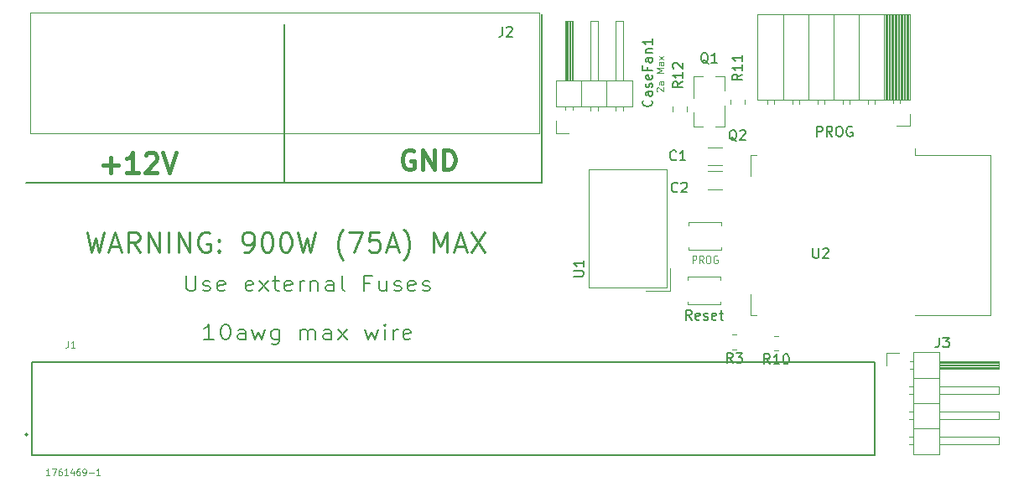
<source format=gto>
%TF.GenerationSoftware,KiCad,Pcbnew,(5.1.12)-1*%
%TF.CreationDate,2023-06-07T09:52:28-07:00*%
%TF.ProjectId,hp breakout remote relay,68702062-7265-4616-9b6f-75742072656d,rev?*%
%TF.SameCoordinates,Original*%
%TF.FileFunction,Legend,Top*%
%TF.FilePolarity,Positive*%
%FSLAX46Y46*%
G04 Gerber Fmt 4.6, Leading zero omitted, Abs format (unit mm)*
G04 Created by KiCad (PCBNEW (5.1.12)-1) date 2023-06-07 09:52:28*
%MOMM*%
%LPD*%
G01*
G04 APERTURE LIST*
%ADD10C,0.200000*%
%ADD11C,0.250000*%
%ADD12C,0.100000*%
%ADD13C,0.150000*%
%ADD14C,0.400000*%
%ADD15C,0.127000*%
%ADD16C,0.120000*%
%ADD17C,0.050000*%
G04 APERTURE END LIST*
D10*
X106108333Y-86428571D02*
X106108333Y-87642857D01*
X106191666Y-87785714D01*
X106275000Y-87857142D01*
X106441666Y-87928571D01*
X106775000Y-87928571D01*
X106941666Y-87857142D01*
X107025000Y-87785714D01*
X107108333Y-87642857D01*
X107108333Y-86428571D01*
X107858333Y-87857142D02*
X108025000Y-87928571D01*
X108358333Y-87928571D01*
X108525000Y-87857142D01*
X108608333Y-87714285D01*
X108608333Y-87642857D01*
X108525000Y-87500000D01*
X108358333Y-87428571D01*
X108108333Y-87428571D01*
X107941666Y-87357142D01*
X107858333Y-87214285D01*
X107858333Y-87142857D01*
X107941666Y-87000000D01*
X108108333Y-86928571D01*
X108358333Y-86928571D01*
X108525000Y-87000000D01*
X110025000Y-87857142D02*
X109858333Y-87928571D01*
X109525000Y-87928571D01*
X109358333Y-87857142D01*
X109275000Y-87714285D01*
X109275000Y-87142857D01*
X109358333Y-87000000D01*
X109525000Y-86928571D01*
X109858333Y-86928571D01*
X110025000Y-87000000D01*
X110108333Y-87142857D01*
X110108333Y-87285714D01*
X109275000Y-87428571D01*
X112858333Y-87857142D02*
X112691666Y-87928571D01*
X112358333Y-87928571D01*
X112191666Y-87857142D01*
X112108333Y-87714285D01*
X112108333Y-87142857D01*
X112191666Y-87000000D01*
X112358333Y-86928571D01*
X112691666Y-86928571D01*
X112858333Y-87000000D01*
X112941666Y-87142857D01*
X112941666Y-87285714D01*
X112108333Y-87428571D01*
X113525000Y-87928571D02*
X114441666Y-86928571D01*
X113525000Y-86928571D02*
X114441666Y-87928571D01*
X114858333Y-86928571D02*
X115525000Y-86928571D01*
X115108333Y-86428571D02*
X115108333Y-87714285D01*
X115191666Y-87857142D01*
X115358333Y-87928571D01*
X115525000Y-87928571D01*
X116775000Y-87857142D02*
X116608333Y-87928571D01*
X116275000Y-87928571D01*
X116108333Y-87857142D01*
X116025000Y-87714285D01*
X116025000Y-87142857D01*
X116108333Y-87000000D01*
X116275000Y-86928571D01*
X116608333Y-86928571D01*
X116775000Y-87000000D01*
X116858333Y-87142857D01*
X116858333Y-87285714D01*
X116025000Y-87428571D01*
X117608333Y-87928571D02*
X117608333Y-86928571D01*
X117608333Y-87214285D02*
X117691666Y-87071428D01*
X117775000Y-87000000D01*
X117941666Y-86928571D01*
X118108333Y-86928571D01*
X118691666Y-86928571D02*
X118691666Y-87928571D01*
X118691666Y-87071428D02*
X118775000Y-87000000D01*
X118941666Y-86928571D01*
X119191666Y-86928571D01*
X119358333Y-87000000D01*
X119441666Y-87142857D01*
X119441666Y-87928571D01*
X121025000Y-87928571D02*
X121025000Y-87142857D01*
X120941666Y-87000000D01*
X120775000Y-86928571D01*
X120441666Y-86928571D01*
X120275000Y-87000000D01*
X121025000Y-87857142D02*
X120858333Y-87928571D01*
X120441666Y-87928571D01*
X120275000Y-87857142D01*
X120191666Y-87714285D01*
X120191666Y-87571428D01*
X120275000Y-87428571D01*
X120441666Y-87357142D01*
X120858333Y-87357142D01*
X121025000Y-87285714D01*
X122108333Y-87928571D02*
X121941666Y-87857142D01*
X121858333Y-87714285D01*
X121858333Y-86428571D01*
X124691666Y-87142857D02*
X124108333Y-87142857D01*
X124108333Y-87928571D02*
X124108333Y-86428571D01*
X124941666Y-86428571D01*
X126358333Y-86928571D02*
X126358333Y-87928571D01*
X125608333Y-86928571D02*
X125608333Y-87714285D01*
X125691666Y-87857142D01*
X125858333Y-87928571D01*
X126108333Y-87928571D01*
X126275000Y-87857142D01*
X126358333Y-87785714D01*
X127108333Y-87857142D02*
X127275000Y-87928571D01*
X127608333Y-87928571D01*
X127775000Y-87857142D01*
X127858333Y-87714285D01*
X127858333Y-87642857D01*
X127775000Y-87500000D01*
X127608333Y-87428571D01*
X127358333Y-87428571D01*
X127191666Y-87357142D01*
X127108333Y-87214285D01*
X127108333Y-87142857D01*
X127191666Y-87000000D01*
X127358333Y-86928571D01*
X127608333Y-86928571D01*
X127775000Y-87000000D01*
X129275000Y-87857142D02*
X129108333Y-87928571D01*
X128775000Y-87928571D01*
X128608333Y-87857142D01*
X128525000Y-87714285D01*
X128525000Y-87142857D01*
X128608333Y-87000000D01*
X128775000Y-86928571D01*
X129108333Y-86928571D01*
X129275000Y-87000000D01*
X129358333Y-87142857D01*
X129358333Y-87285714D01*
X128525000Y-87428571D01*
X130025000Y-87857142D02*
X130191666Y-87928571D01*
X130525000Y-87928571D01*
X130691666Y-87857142D01*
X130775000Y-87714285D01*
X130775000Y-87642857D01*
X130691666Y-87500000D01*
X130525000Y-87428571D01*
X130275000Y-87428571D01*
X130108333Y-87357142D01*
X130025000Y-87214285D01*
X130025000Y-87142857D01*
X130108333Y-87000000D01*
X130275000Y-86928571D01*
X130525000Y-86928571D01*
X130691666Y-87000000D01*
X108941666Y-92828571D02*
X107941666Y-92828571D01*
X108441666Y-92828571D02*
X108441666Y-91328571D01*
X108275000Y-91542857D01*
X108108333Y-91685714D01*
X107941666Y-91757142D01*
X110025000Y-91328571D02*
X110191666Y-91328571D01*
X110358333Y-91400000D01*
X110441666Y-91471428D01*
X110525000Y-91614285D01*
X110608333Y-91900000D01*
X110608333Y-92257142D01*
X110525000Y-92542857D01*
X110441666Y-92685714D01*
X110358333Y-92757142D01*
X110191666Y-92828571D01*
X110025000Y-92828571D01*
X109858333Y-92757142D01*
X109775000Y-92685714D01*
X109691666Y-92542857D01*
X109608333Y-92257142D01*
X109608333Y-91900000D01*
X109691666Y-91614285D01*
X109775000Y-91471428D01*
X109858333Y-91400000D01*
X110025000Y-91328571D01*
X112108333Y-92828571D02*
X112108333Y-92042857D01*
X112025000Y-91900000D01*
X111858333Y-91828571D01*
X111525000Y-91828571D01*
X111358333Y-91900000D01*
X112108333Y-92757142D02*
X111941666Y-92828571D01*
X111525000Y-92828571D01*
X111358333Y-92757142D01*
X111275000Y-92614285D01*
X111275000Y-92471428D01*
X111358333Y-92328571D01*
X111525000Y-92257142D01*
X111941666Y-92257142D01*
X112108333Y-92185714D01*
X112775000Y-91828571D02*
X113108333Y-92828571D01*
X113441666Y-92114285D01*
X113775000Y-92828571D01*
X114108333Y-91828571D01*
X115525000Y-91828571D02*
X115525000Y-93042857D01*
X115441666Y-93185714D01*
X115358333Y-93257142D01*
X115191666Y-93328571D01*
X114941666Y-93328571D01*
X114775000Y-93257142D01*
X115525000Y-92757142D02*
X115358333Y-92828571D01*
X115025000Y-92828571D01*
X114858333Y-92757142D01*
X114775000Y-92685714D01*
X114691666Y-92542857D01*
X114691666Y-92114285D01*
X114775000Y-91971428D01*
X114858333Y-91900000D01*
X115025000Y-91828571D01*
X115358333Y-91828571D01*
X115525000Y-91900000D01*
X117691666Y-92828571D02*
X117691666Y-91828571D01*
X117691666Y-91971428D02*
X117775000Y-91900000D01*
X117941666Y-91828571D01*
X118191666Y-91828571D01*
X118358333Y-91900000D01*
X118441666Y-92042857D01*
X118441666Y-92828571D01*
X118441666Y-92042857D02*
X118525000Y-91900000D01*
X118691666Y-91828571D01*
X118941666Y-91828571D01*
X119108333Y-91900000D01*
X119191666Y-92042857D01*
X119191666Y-92828571D01*
X120775000Y-92828571D02*
X120775000Y-92042857D01*
X120691666Y-91900000D01*
X120525000Y-91828571D01*
X120191666Y-91828571D01*
X120025000Y-91900000D01*
X120775000Y-92757142D02*
X120608333Y-92828571D01*
X120191666Y-92828571D01*
X120025000Y-92757142D01*
X119941666Y-92614285D01*
X119941666Y-92471428D01*
X120025000Y-92328571D01*
X120191666Y-92257142D01*
X120608333Y-92257142D01*
X120775000Y-92185714D01*
X121441666Y-92828571D02*
X122358333Y-91828571D01*
X121441666Y-91828571D02*
X122358333Y-92828571D01*
X124191666Y-91828571D02*
X124525000Y-92828571D01*
X124858333Y-92114285D01*
X125191666Y-92828571D01*
X125525000Y-91828571D01*
X126191666Y-92828571D02*
X126191666Y-91828571D01*
X126191666Y-91328571D02*
X126108333Y-91400000D01*
X126191666Y-91471428D01*
X126275000Y-91400000D01*
X126191666Y-91328571D01*
X126191666Y-91471428D01*
X127025000Y-92828571D02*
X127025000Y-91828571D01*
X127025000Y-92114285D02*
X127108333Y-91971428D01*
X127191666Y-91900000D01*
X127358333Y-91828571D01*
X127525000Y-91828571D01*
X128775000Y-92757142D02*
X128608333Y-92828571D01*
X128275000Y-92828571D01*
X128108333Y-92757142D01*
X128025000Y-92614285D01*
X128025000Y-92042857D01*
X128108333Y-91900000D01*
X128275000Y-91828571D01*
X128608333Y-91828571D01*
X128775000Y-91900000D01*
X128858333Y-92042857D01*
X128858333Y-92185714D01*
X128025000Y-92328571D01*
D11*
X96104761Y-82004761D02*
X96580952Y-84004761D01*
X96961904Y-82576190D01*
X97342857Y-84004761D01*
X97819047Y-82004761D01*
X98485714Y-83433333D02*
X99438095Y-83433333D01*
X98295238Y-84004761D02*
X98961904Y-82004761D01*
X99628571Y-84004761D01*
X101438095Y-84004761D02*
X100771428Y-83052380D01*
X100295238Y-84004761D02*
X100295238Y-82004761D01*
X101057142Y-82004761D01*
X101247619Y-82100000D01*
X101342857Y-82195238D01*
X101438095Y-82385714D01*
X101438095Y-82671428D01*
X101342857Y-82861904D01*
X101247619Y-82957142D01*
X101057142Y-83052380D01*
X100295238Y-83052380D01*
X102295238Y-84004761D02*
X102295238Y-82004761D01*
X103438095Y-84004761D01*
X103438095Y-82004761D01*
X104390476Y-84004761D02*
X104390476Y-82004761D01*
X105342857Y-84004761D02*
X105342857Y-82004761D01*
X106485714Y-84004761D01*
X106485714Y-82004761D01*
X108485714Y-82100000D02*
X108295238Y-82004761D01*
X108009523Y-82004761D01*
X107723809Y-82100000D01*
X107533333Y-82290476D01*
X107438095Y-82480952D01*
X107342857Y-82861904D01*
X107342857Y-83147619D01*
X107438095Y-83528571D01*
X107533333Y-83719047D01*
X107723809Y-83909523D01*
X108009523Y-84004761D01*
X108200000Y-84004761D01*
X108485714Y-83909523D01*
X108580952Y-83814285D01*
X108580952Y-83147619D01*
X108200000Y-83147619D01*
X109438095Y-83814285D02*
X109533333Y-83909523D01*
X109438095Y-84004761D01*
X109342857Y-83909523D01*
X109438095Y-83814285D01*
X109438095Y-84004761D01*
X109438095Y-82766666D02*
X109533333Y-82861904D01*
X109438095Y-82957142D01*
X109342857Y-82861904D01*
X109438095Y-82766666D01*
X109438095Y-82957142D01*
X112009523Y-84004761D02*
X112390476Y-84004761D01*
X112580952Y-83909523D01*
X112676190Y-83814285D01*
X112866666Y-83528571D01*
X112961904Y-83147619D01*
X112961904Y-82385714D01*
X112866666Y-82195238D01*
X112771428Y-82100000D01*
X112580952Y-82004761D01*
X112199999Y-82004761D01*
X112009523Y-82100000D01*
X111914285Y-82195238D01*
X111819047Y-82385714D01*
X111819047Y-82861904D01*
X111914285Y-83052380D01*
X112009523Y-83147619D01*
X112199999Y-83242857D01*
X112580952Y-83242857D01*
X112771428Y-83147619D01*
X112866666Y-83052380D01*
X112961904Y-82861904D01*
X114200000Y-82004761D02*
X114390476Y-82004761D01*
X114580952Y-82100000D01*
X114676190Y-82195238D01*
X114771428Y-82385714D01*
X114866666Y-82766666D01*
X114866666Y-83242857D01*
X114771428Y-83623809D01*
X114676190Y-83814285D01*
X114580952Y-83909523D01*
X114390476Y-84004761D01*
X114200000Y-84004761D01*
X114009523Y-83909523D01*
X113914285Y-83814285D01*
X113819047Y-83623809D01*
X113723809Y-83242857D01*
X113723809Y-82766666D01*
X113819047Y-82385714D01*
X113914285Y-82195238D01*
X114009523Y-82100000D01*
X114200000Y-82004761D01*
X116104761Y-82004761D02*
X116295238Y-82004761D01*
X116485714Y-82100000D01*
X116580952Y-82195238D01*
X116676190Y-82385714D01*
X116771428Y-82766666D01*
X116771428Y-83242857D01*
X116676190Y-83623809D01*
X116580952Y-83814285D01*
X116485714Y-83909523D01*
X116295238Y-84004761D01*
X116104761Y-84004761D01*
X115914285Y-83909523D01*
X115819047Y-83814285D01*
X115723809Y-83623809D01*
X115628571Y-83242857D01*
X115628571Y-82766666D01*
X115723809Y-82385714D01*
X115819047Y-82195238D01*
X115914285Y-82100000D01*
X116104761Y-82004761D01*
X117438095Y-82004761D02*
X117914285Y-84004761D01*
X118295238Y-82576190D01*
X118676190Y-84004761D01*
X119152380Y-82004761D01*
X122009523Y-84766666D02*
X121914285Y-84671428D01*
X121723809Y-84385714D01*
X121628571Y-84195238D01*
X121533333Y-83909523D01*
X121438095Y-83433333D01*
X121438095Y-83052380D01*
X121533333Y-82576190D01*
X121628571Y-82290476D01*
X121723809Y-82100000D01*
X121914285Y-81814285D01*
X122009523Y-81719047D01*
X122580952Y-82004761D02*
X123914285Y-82004761D01*
X123057142Y-84004761D01*
X125628571Y-82004761D02*
X124676190Y-82004761D01*
X124580952Y-82957142D01*
X124676190Y-82861904D01*
X124866666Y-82766666D01*
X125342857Y-82766666D01*
X125533333Y-82861904D01*
X125628571Y-82957142D01*
X125723809Y-83147619D01*
X125723809Y-83623809D01*
X125628571Y-83814285D01*
X125533333Y-83909523D01*
X125342857Y-84004761D01*
X124866666Y-84004761D01*
X124676190Y-83909523D01*
X124580952Y-83814285D01*
X126485714Y-83433333D02*
X127438095Y-83433333D01*
X126295238Y-84004761D02*
X126961904Y-82004761D01*
X127628571Y-84004761D01*
X128104761Y-84766666D02*
X128199999Y-84671428D01*
X128390476Y-84385714D01*
X128485714Y-84195238D01*
X128580952Y-83909523D01*
X128676190Y-83433333D01*
X128676190Y-83052380D01*
X128580952Y-82576190D01*
X128485714Y-82290476D01*
X128390476Y-82100000D01*
X128199999Y-81814285D01*
X128104761Y-81719047D01*
X131152380Y-84004761D02*
X131152380Y-82004761D01*
X131819047Y-83433333D01*
X132485714Y-82004761D01*
X132485714Y-84004761D01*
X133342857Y-83433333D02*
X134295238Y-83433333D01*
X133152380Y-84004761D02*
X133819047Y-82004761D01*
X134485714Y-84004761D01*
X134961904Y-82004761D02*
X136295238Y-84004761D01*
X136295238Y-82004761D02*
X134961904Y-84004761D01*
D12*
X153683333Y-67783333D02*
X153650000Y-67750000D01*
X153616666Y-67683333D01*
X153616666Y-67516666D01*
X153650000Y-67450000D01*
X153683333Y-67416666D01*
X153750000Y-67383333D01*
X153816666Y-67383333D01*
X153916666Y-67416666D01*
X154316666Y-67816666D01*
X154316666Y-67383333D01*
X154316666Y-66783333D02*
X153950000Y-66783333D01*
X153883333Y-66816666D01*
X153850000Y-66883333D01*
X153850000Y-67016666D01*
X153883333Y-67083333D01*
X154283333Y-66783333D02*
X154316666Y-66850000D01*
X154316666Y-67016666D01*
X154283333Y-67083333D01*
X154216666Y-67116666D01*
X154150000Y-67116666D01*
X154083333Y-67083333D01*
X154050000Y-67016666D01*
X154050000Y-66850000D01*
X154016666Y-66783333D01*
X154316666Y-65916666D02*
X153616666Y-65916666D01*
X154116666Y-65683333D01*
X153616666Y-65450000D01*
X154316666Y-65450000D01*
X154316666Y-64816666D02*
X153950000Y-64816666D01*
X153883333Y-64850000D01*
X153850000Y-64916666D01*
X153850000Y-65050000D01*
X153883333Y-65116666D01*
X154283333Y-64816666D02*
X154316666Y-64883333D01*
X154316666Y-65050000D01*
X154283333Y-65116666D01*
X154216666Y-65150000D01*
X154150000Y-65150000D01*
X154083333Y-65116666D01*
X154050000Y-65050000D01*
X154050000Y-64883333D01*
X154016666Y-64816666D01*
X154316666Y-64550000D02*
X153850000Y-64183333D01*
X153850000Y-64550000D02*
X154316666Y-64183333D01*
D13*
X142000000Y-77000000D02*
X142000000Y-60000000D01*
X116000000Y-77000000D02*
X142000000Y-77000000D01*
X116000000Y-77000000D02*
X90000000Y-77000000D01*
X116000000Y-61000000D02*
X116000000Y-77000000D01*
D14*
X129082990Y-73777600D02*
X128892514Y-73682361D01*
X128606800Y-73682361D01*
X128321085Y-73777600D01*
X128130609Y-73968076D01*
X128035371Y-74158552D01*
X127940133Y-74539504D01*
X127940133Y-74825219D01*
X128035371Y-75206171D01*
X128130609Y-75396647D01*
X128321085Y-75587123D01*
X128606800Y-75682361D01*
X128797276Y-75682361D01*
X129082990Y-75587123D01*
X129178228Y-75491885D01*
X129178228Y-74825219D01*
X128797276Y-74825219D01*
X130035371Y-75682361D02*
X130035371Y-73682361D01*
X131178228Y-75682361D01*
X131178228Y-73682361D01*
X132130609Y-75682361D02*
X132130609Y-73682361D01*
X132606800Y-73682361D01*
X132892514Y-73777600D01*
X133082990Y-73968076D01*
X133178228Y-74158552D01*
X133273466Y-74539504D01*
X133273466Y-74825219D01*
X133178228Y-75206171D01*
X133082990Y-75396647D01*
X132892514Y-75587123D01*
X132606800Y-75682361D01*
X132130609Y-75682361D01*
X97771390Y-75225257D02*
X99295200Y-75225257D01*
X98533295Y-75987161D02*
X98533295Y-74463352D01*
X101295200Y-75987161D02*
X100152342Y-75987161D01*
X100723771Y-75987161D02*
X100723771Y-73987161D01*
X100533295Y-74272876D01*
X100342819Y-74463352D01*
X100152342Y-74558590D01*
X102057104Y-74177638D02*
X102152342Y-74082400D01*
X102342819Y-73987161D01*
X102819009Y-73987161D01*
X103009485Y-74082400D01*
X103104723Y-74177638D01*
X103199961Y-74368114D01*
X103199961Y-74558590D01*
X103104723Y-74844304D01*
X101961866Y-75987161D01*
X103199961Y-75987161D01*
X103771390Y-73987161D02*
X104438057Y-75987161D01*
X105104723Y-73987161D01*
D15*
%TO.C,J1*%
X90576400Y-95147000D02*
X175666400Y-95147000D01*
D13*
X175666400Y-95147000D02*
X175666400Y-104497000D01*
D15*
X175666400Y-104497000D02*
X90576400Y-104497000D01*
D10*
X90101400Y-102452000D02*
G75*
G03*
X90101400Y-102452000I-100000J0D01*
G01*
D15*
X90576400Y-95147000D02*
X90576400Y-104497000D01*
X175666400Y-96797000D02*
X175666400Y-102847000D01*
D16*
%TO.C,J2*%
X90400000Y-72000000D02*
X90400000Y-59780000D01*
X141770000Y-72000000D02*
X141770000Y-59780000D01*
X141770000Y-59780000D02*
X90400000Y-59780000D01*
X90400000Y-72000000D02*
X141770000Y-72000000D01*
%TO.C,U2*%
X179696500Y-74176000D02*
X179696500Y-73566000D01*
X179696500Y-74176000D02*
X187316500Y-74176000D01*
X163076500Y-74176000D02*
X163696500Y-74176000D01*
X163076500Y-76296000D02*
X163076500Y-74176000D01*
X163076500Y-90416000D02*
X163076500Y-88296000D01*
X163696500Y-90416000D02*
X163076500Y-90416000D01*
X187316500Y-90416000D02*
X179696500Y-90416000D01*
X187316500Y-74176000D02*
X187316500Y-90416000D01*
%TO.C,C1*%
X158800748Y-75268500D02*
X160223252Y-75268500D01*
X158800748Y-73448500D02*
X160223252Y-73448500D01*
%TO.C,C2*%
X158800748Y-75861500D02*
X160223252Y-75861500D01*
X158800748Y-77681500D02*
X160223252Y-77681500D01*
%TO.C,CaseFan1*%
X143510000Y-72009000D02*
X143510000Y-70739000D01*
X144780000Y-72009000D02*
X143510000Y-72009000D01*
X150240000Y-69696071D02*
X150240000Y-69299000D01*
X149480000Y-69696071D02*
X149480000Y-69299000D01*
X150240000Y-60639000D02*
X150240000Y-66639000D01*
X149480000Y-60639000D02*
X150240000Y-60639000D01*
X149480000Y-66639000D02*
X149480000Y-60639000D01*
X148590000Y-69299000D02*
X148590000Y-66639000D01*
X147700000Y-69696071D02*
X147700000Y-69299000D01*
X146940000Y-69696071D02*
X146940000Y-69299000D01*
X147700000Y-60639000D02*
X147700000Y-66639000D01*
X146940000Y-60639000D02*
X147700000Y-60639000D01*
X146940000Y-66639000D02*
X146940000Y-60639000D01*
X146050000Y-69299000D02*
X146050000Y-66639000D01*
X145160000Y-69629000D02*
X145160000Y-69299000D01*
X144400000Y-69629000D02*
X144400000Y-69299000D01*
X145060000Y-66639000D02*
X145060000Y-60639000D01*
X144940000Y-66639000D02*
X144940000Y-60639000D01*
X144820000Y-66639000D02*
X144820000Y-60639000D01*
X144700000Y-66639000D02*
X144700000Y-60639000D01*
X144580000Y-66639000D02*
X144580000Y-60639000D01*
X144460000Y-66639000D02*
X144460000Y-60639000D01*
X145160000Y-60639000D02*
X145160000Y-66639000D01*
X144400000Y-60639000D02*
X145160000Y-60639000D01*
X144400000Y-66639000D02*
X144400000Y-60639000D01*
X143450000Y-66639000D02*
X143450000Y-69299000D01*
X151190000Y-66639000D02*
X143450000Y-66639000D01*
X151190000Y-69299000D02*
X151190000Y-66639000D01*
X143450000Y-69299000D02*
X151190000Y-69299000D01*
%TO.C,J3*%
X176830000Y-94183200D02*
X178100000Y-94183200D01*
X176830000Y-95453200D02*
X176830000Y-94183200D01*
X179142929Y-103453200D02*
X179540000Y-103453200D01*
X179142929Y-102693200D02*
X179540000Y-102693200D01*
X188200000Y-103453200D02*
X182200000Y-103453200D01*
X188200000Y-102693200D02*
X188200000Y-103453200D01*
X182200000Y-102693200D02*
X188200000Y-102693200D01*
X179540000Y-101803200D02*
X182200000Y-101803200D01*
X179142929Y-100913200D02*
X179540000Y-100913200D01*
X179142929Y-100153200D02*
X179540000Y-100153200D01*
X188200000Y-100913200D02*
X182200000Y-100913200D01*
X188200000Y-100153200D02*
X188200000Y-100913200D01*
X182200000Y-100153200D02*
X188200000Y-100153200D01*
X179540000Y-99263200D02*
X182200000Y-99263200D01*
X179142929Y-98373200D02*
X179540000Y-98373200D01*
X179142929Y-97613200D02*
X179540000Y-97613200D01*
X188200000Y-98373200D02*
X182200000Y-98373200D01*
X188200000Y-97613200D02*
X188200000Y-98373200D01*
X182200000Y-97613200D02*
X188200000Y-97613200D01*
X179540000Y-96723200D02*
X182200000Y-96723200D01*
X179210000Y-95833200D02*
X179540000Y-95833200D01*
X179210000Y-95073200D02*
X179540000Y-95073200D01*
X182200000Y-95733200D02*
X188200000Y-95733200D01*
X182200000Y-95613200D02*
X188200000Y-95613200D01*
X182200000Y-95493200D02*
X188200000Y-95493200D01*
X182200000Y-95373200D02*
X188200000Y-95373200D01*
X182200000Y-95253200D02*
X188200000Y-95253200D01*
X182200000Y-95133200D02*
X188200000Y-95133200D01*
X188200000Y-95833200D02*
X182200000Y-95833200D01*
X188200000Y-95073200D02*
X188200000Y-95833200D01*
X182200000Y-95073200D02*
X188200000Y-95073200D01*
X182200000Y-94123200D02*
X179540000Y-94123200D01*
X182200000Y-104403200D02*
X182200000Y-94123200D01*
X179540000Y-104403200D02*
X182200000Y-104403200D01*
X179540000Y-94123200D02*
X179540000Y-104403200D01*
%TO.C,J4*%
X179190000Y-70100000D02*
X179190000Y-71210000D01*
X179190000Y-71210000D02*
X177860000Y-71210000D01*
X179190000Y-60010000D02*
X163830000Y-60010000D01*
X163830000Y-60010000D02*
X163830000Y-68640000D01*
X179190000Y-68640000D02*
X163830000Y-68640000D01*
X179190000Y-60010000D02*
X179190000Y-68640000D01*
X166430000Y-60010000D02*
X166430000Y-68640000D01*
X168970000Y-60010000D02*
X168970000Y-68640000D01*
X171510000Y-60010000D02*
X171510000Y-68640000D01*
X174050000Y-60010000D02*
X174050000Y-68640000D01*
X176590000Y-60010000D02*
X176590000Y-68640000D01*
X164800000Y-68640000D02*
X164800000Y-69050000D01*
X165520000Y-68640000D02*
X165520000Y-69050000D01*
X167340000Y-68640000D02*
X167340000Y-69050000D01*
X168060000Y-68640000D02*
X168060000Y-69050000D01*
X169880000Y-68640000D02*
X169880000Y-69050000D01*
X170600000Y-68640000D02*
X170600000Y-69050000D01*
X172420000Y-68640000D02*
X172420000Y-69050000D01*
X173140000Y-68640000D02*
X173140000Y-69050000D01*
X174960000Y-68640000D02*
X174960000Y-69050000D01*
X175680000Y-68640000D02*
X175680000Y-69050000D01*
X177500000Y-68640000D02*
X177500000Y-68990000D01*
X178220000Y-68640000D02*
X178220000Y-68990000D01*
X176708100Y-60010000D02*
X176708100Y-68640000D01*
X176826195Y-60010000D02*
X176826195Y-68640000D01*
X176944290Y-60010000D02*
X176944290Y-68640000D01*
X177062385Y-60010000D02*
X177062385Y-68640000D01*
X177180480Y-60010000D02*
X177180480Y-68640000D01*
X177298575Y-60010000D02*
X177298575Y-68640000D01*
X177416670Y-60010000D02*
X177416670Y-68640000D01*
X177534765Y-60010000D02*
X177534765Y-68640000D01*
X177652860Y-60010000D02*
X177652860Y-68640000D01*
X177770955Y-60010000D02*
X177770955Y-68640000D01*
X177889050Y-60010000D02*
X177889050Y-68640000D01*
X178007145Y-60010000D02*
X178007145Y-68640000D01*
X178125240Y-60010000D02*
X178125240Y-68640000D01*
X178243335Y-60010000D02*
X178243335Y-68640000D01*
X178361430Y-60010000D02*
X178361430Y-68640000D01*
X178479525Y-60010000D02*
X178479525Y-68640000D01*
X178597620Y-60010000D02*
X178597620Y-68640000D01*
X178715715Y-60010000D02*
X178715715Y-68640000D01*
X178833810Y-60010000D02*
X178833810Y-68640000D01*
X178951905Y-60010000D02*
X178951905Y-68640000D01*
X179070000Y-60010000D02*
X179070000Y-68640000D01*
%TO.C,Q1*%
X160518000Y-66261200D02*
X159588000Y-66261200D01*
X157358000Y-66261200D02*
X158288000Y-66261200D01*
X157358000Y-66261200D02*
X157358000Y-68421200D01*
X160518000Y-66261200D02*
X160518000Y-67721200D01*
%TO.C,Q2*%
X157347800Y-71346600D02*
X157347800Y-69886600D01*
X160507800Y-71346600D02*
X160507800Y-69186600D01*
X160507800Y-71346600D02*
X159577800Y-71346600D01*
X157347800Y-71346600D02*
X158277800Y-71346600D01*
%TO.C,R3*%
X161694864Y-92365000D02*
X161240736Y-92365000D01*
X161694864Y-93835000D02*
X161240736Y-93835000D01*
%TO.C,R10*%
X165936664Y-92465000D02*
X165482536Y-92465000D01*
X165936664Y-93935000D02*
X165482536Y-93935000D01*
%TO.C,R11*%
X161088400Y-69061064D02*
X161088400Y-68606936D01*
X162558400Y-69061064D02*
X162558400Y-68606936D01*
%TO.C,R12*%
X155221000Y-69334136D02*
X155221000Y-69788264D01*
X156691000Y-69334136D02*
X156691000Y-69788264D01*
%TO.C,SW1*%
X156750000Y-89000000D02*
X156750000Y-89300000D01*
X156750000Y-89300000D02*
X160050000Y-89300000D01*
X160050000Y-89300000D02*
X160050000Y-89000000D01*
X156750000Y-86800000D02*
X156750000Y-86500000D01*
X156750000Y-86500000D02*
X160050000Y-86500000D01*
X160050000Y-86500000D02*
X160050000Y-86800000D01*
%TO.C,SW2*%
X156850000Y-83800000D02*
X156850000Y-83500000D01*
X160150000Y-83800000D02*
X156850000Y-83800000D01*
X160150000Y-83500000D02*
X160150000Y-83800000D01*
X156850000Y-81000000D02*
X156850000Y-81300000D01*
X160150000Y-81000000D02*
X156850000Y-81000000D01*
X160150000Y-81300000D02*
X160150000Y-81000000D01*
%TO.C,U1*%
X154647000Y-87621000D02*
X146797000Y-87621000D01*
X146797000Y-87621000D02*
X146797000Y-75681000D01*
X146797000Y-75681000D02*
X154647000Y-75681000D01*
X154647000Y-75681000D02*
X154647000Y-87621000D01*
X152527000Y-87951000D02*
X154977000Y-87951000D01*
X154977000Y-87951000D02*
X154977000Y-85621000D01*
%TO.C,J1*%
D17*
X94220484Y-93019324D02*
X94220484Y-93476857D01*
X94189982Y-93568364D01*
X94128978Y-93629368D01*
X94037471Y-93659870D01*
X93976467Y-93659870D01*
X94861030Y-93659870D02*
X94495004Y-93659870D01*
X94678017Y-93659870D02*
X94678017Y-93019324D01*
X94617013Y-93110831D01*
X94556008Y-93171835D01*
X94495004Y-93202337D01*
X92374186Y-106545541D02*
X92008449Y-106545541D01*
X92191318Y-106545541D02*
X92191318Y-105905501D01*
X92130361Y-105996936D01*
X92069405Y-106057892D01*
X92008449Y-106088370D01*
X92587533Y-105905501D02*
X93014226Y-105905501D01*
X92739923Y-106545541D01*
X93532354Y-105905501D02*
X93410441Y-105905501D01*
X93349485Y-105935980D01*
X93319007Y-105966458D01*
X93258051Y-106057892D01*
X93227573Y-106179804D01*
X93227573Y-106423629D01*
X93258051Y-106484585D01*
X93288529Y-106515063D01*
X93349485Y-106545541D01*
X93471398Y-106545541D01*
X93532354Y-106515063D01*
X93562832Y-106484585D01*
X93593310Y-106423629D01*
X93593310Y-106271239D01*
X93562832Y-106210282D01*
X93532354Y-106179804D01*
X93471398Y-106149326D01*
X93349485Y-106149326D01*
X93288529Y-106179804D01*
X93258051Y-106210282D01*
X93227573Y-106271239D01*
X94202872Y-106545541D02*
X93837135Y-106545541D01*
X94020003Y-106545541D02*
X94020003Y-105905501D01*
X93959047Y-105996936D01*
X93898091Y-106057892D01*
X93837135Y-106088370D01*
X94751478Y-106118848D02*
X94751478Y-106545541D01*
X94599087Y-105875023D02*
X94446697Y-106332195D01*
X94842912Y-106332195D01*
X95361040Y-105905501D02*
X95239127Y-105905501D01*
X95178171Y-105935980D01*
X95147693Y-105966458D01*
X95086737Y-106057892D01*
X95056259Y-106179804D01*
X95056259Y-106423629D01*
X95086737Y-106484585D01*
X95117215Y-106515063D01*
X95178171Y-106545541D01*
X95300083Y-106545541D01*
X95361040Y-106515063D01*
X95391518Y-106484585D01*
X95421996Y-106423629D01*
X95421996Y-106271239D01*
X95391518Y-106210282D01*
X95361040Y-106179804D01*
X95300083Y-106149326D01*
X95178171Y-106149326D01*
X95117215Y-106179804D01*
X95086737Y-106210282D01*
X95056259Y-106271239D01*
X95726777Y-106545541D02*
X95848689Y-106545541D01*
X95909645Y-106515063D01*
X95940123Y-106484585D01*
X96001080Y-106393151D01*
X96031558Y-106271239D01*
X96031558Y-106027414D01*
X96001080Y-105966458D01*
X95970601Y-105935980D01*
X95909645Y-105905501D01*
X95787733Y-105905501D01*
X95726777Y-105935980D01*
X95696299Y-105966458D01*
X95665820Y-106027414D01*
X95665820Y-106179804D01*
X95696299Y-106240760D01*
X95726777Y-106271239D01*
X95787733Y-106301717D01*
X95909645Y-106301717D01*
X95970601Y-106271239D01*
X96001080Y-106240760D01*
X96031558Y-106179804D01*
X96305860Y-106301717D02*
X96793510Y-106301717D01*
X97433550Y-106545541D02*
X97067813Y-106545541D01*
X97250681Y-106545541D02*
X97250681Y-105905501D01*
X97189725Y-105996936D01*
X97128769Y-106057892D01*
X97067813Y-106088370D01*
%TO.C,J2*%
D13*
X138066666Y-61252380D02*
X138066666Y-61966666D01*
X138019047Y-62109523D01*
X137923809Y-62204761D01*
X137780952Y-62252380D01*
X137685714Y-62252380D01*
X138495238Y-61347619D02*
X138542857Y-61300000D01*
X138638095Y-61252380D01*
X138876190Y-61252380D01*
X138971428Y-61300000D01*
X139019047Y-61347619D01*
X139066666Y-61442857D01*
X139066666Y-61538095D01*
X139019047Y-61680952D01*
X138447619Y-62252380D01*
X139066666Y-62252380D01*
%TO.C,U2*%
X169418095Y-83627980D02*
X169418095Y-84437504D01*
X169465714Y-84532742D01*
X169513333Y-84580361D01*
X169608571Y-84627980D01*
X169799047Y-84627980D01*
X169894285Y-84580361D01*
X169941904Y-84532742D01*
X169989523Y-84437504D01*
X169989523Y-83627980D01*
X170418095Y-83723219D02*
X170465714Y-83675600D01*
X170560952Y-83627980D01*
X170799047Y-83627980D01*
X170894285Y-83675600D01*
X170941904Y-83723219D01*
X170989523Y-83818457D01*
X170989523Y-83913695D01*
X170941904Y-84056552D01*
X170370476Y-84627980D01*
X170989523Y-84627980D01*
%TO.C,C1*%
X155598833Y-74652142D02*
X155551214Y-74699761D01*
X155408357Y-74747380D01*
X155313119Y-74747380D01*
X155170261Y-74699761D01*
X155075023Y-74604523D01*
X155027404Y-74509285D01*
X154979785Y-74318809D01*
X154979785Y-74175952D01*
X155027404Y-73985476D01*
X155075023Y-73890238D01*
X155170261Y-73795000D01*
X155313119Y-73747380D01*
X155408357Y-73747380D01*
X155551214Y-73795000D01*
X155598833Y-73842619D01*
X156551214Y-74747380D02*
X155979785Y-74747380D01*
X156265500Y-74747380D02*
X156265500Y-73747380D01*
X156170261Y-73890238D01*
X156075023Y-73985476D01*
X155979785Y-74033095D01*
%TO.C,C2*%
X155738533Y-77877942D02*
X155690914Y-77925561D01*
X155548057Y-77973180D01*
X155452819Y-77973180D01*
X155309961Y-77925561D01*
X155214723Y-77830323D01*
X155167104Y-77735085D01*
X155119485Y-77544609D01*
X155119485Y-77401752D01*
X155167104Y-77211276D01*
X155214723Y-77116038D01*
X155309961Y-77020800D01*
X155452819Y-76973180D01*
X155548057Y-76973180D01*
X155690914Y-77020800D01*
X155738533Y-77068419D01*
X156119485Y-77068419D02*
X156167104Y-77020800D01*
X156262342Y-76973180D01*
X156500438Y-76973180D01*
X156595676Y-77020800D01*
X156643295Y-77068419D01*
X156690914Y-77163657D01*
X156690914Y-77258895D01*
X156643295Y-77401752D01*
X156071866Y-77973180D01*
X156690914Y-77973180D01*
%TO.C,CaseFan1*%
X153112742Y-68673314D02*
X153160361Y-68720933D01*
X153207980Y-68863790D01*
X153207980Y-68959028D01*
X153160361Y-69101885D01*
X153065123Y-69197123D01*
X152969885Y-69244742D01*
X152779409Y-69292361D01*
X152636552Y-69292361D01*
X152446076Y-69244742D01*
X152350838Y-69197123D01*
X152255600Y-69101885D01*
X152207980Y-68959028D01*
X152207980Y-68863790D01*
X152255600Y-68720933D01*
X152303219Y-68673314D01*
X153207980Y-67816171D02*
X152684171Y-67816171D01*
X152588933Y-67863790D01*
X152541314Y-67959028D01*
X152541314Y-68149504D01*
X152588933Y-68244742D01*
X153160361Y-67816171D02*
X153207980Y-67911409D01*
X153207980Y-68149504D01*
X153160361Y-68244742D01*
X153065123Y-68292361D01*
X152969885Y-68292361D01*
X152874647Y-68244742D01*
X152827028Y-68149504D01*
X152827028Y-67911409D01*
X152779409Y-67816171D01*
X153160361Y-67387600D02*
X153207980Y-67292361D01*
X153207980Y-67101885D01*
X153160361Y-67006647D01*
X153065123Y-66959028D01*
X153017504Y-66959028D01*
X152922266Y-67006647D01*
X152874647Y-67101885D01*
X152874647Y-67244742D01*
X152827028Y-67339980D01*
X152731790Y-67387600D01*
X152684171Y-67387600D01*
X152588933Y-67339980D01*
X152541314Y-67244742D01*
X152541314Y-67101885D01*
X152588933Y-67006647D01*
X153160361Y-66149504D02*
X153207980Y-66244742D01*
X153207980Y-66435219D01*
X153160361Y-66530457D01*
X153065123Y-66578076D01*
X152684171Y-66578076D01*
X152588933Y-66530457D01*
X152541314Y-66435219D01*
X152541314Y-66244742D01*
X152588933Y-66149504D01*
X152684171Y-66101885D01*
X152779409Y-66101885D01*
X152874647Y-66578076D01*
X152684171Y-65339980D02*
X152684171Y-65673314D01*
X153207980Y-65673314D02*
X152207980Y-65673314D01*
X152207980Y-65197123D01*
X153207980Y-64387600D02*
X152684171Y-64387600D01*
X152588933Y-64435219D01*
X152541314Y-64530457D01*
X152541314Y-64720933D01*
X152588933Y-64816171D01*
X153160361Y-64387600D02*
X153207980Y-64482838D01*
X153207980Y-64720933D01*
X153160361Y-64816171D01*
X153065123Y-64863790D01*
X152969885Y-64863790D01*
X152874647Y-64816171D01*
X152827028Y-64720933D01*
X152827028Y-64482838D01*
X152779409Y-64387600D01*
X152541314Y-63911409D02*
X153207980Y-63911409D01*
X152636552Y-63911409D02*
X152588933Y-63863790D01*
X152541314Y-63768552D01*
X152541314Y-63625695D01*
X152588933Y-63530457D01*
X152684171Y-63482838D01*
X153207980Y-63482838D01*
X153207980Y-62482838D02*
X153207980Y-63054266D01*
X153207980Y-62768552D02*
X152207980Y-62768552D01*
X152350838Y-62863790D01*
X152446076Y-62959028D01*
X152493695Y-63054266D01*
%TO.C,J3*%
X182151666Y-92635580D02*
X182151666Y-93349866D01*
X182104047Y-93492723D01*
X182008809Y-93587961D01*
X181865952Y-93635580D01*
X181770714Y-93635580D01*
X182532619Y-92635580D02*
X183151666Y-92635580D01*
X182818333Y-93016533D01*
X182961190Y-93016533D01*
X183056428Y-93064152D01*
X183104047Y-93111771D01*
X183151666Y-93207009D01*
X183151666Y-93445104D01*
X183104047Y-93540342D01*
X183056428Y-93587961D01*
X182961190Y-93635580D01*
X182675476Y-93635580D01*
X182580238Y-93587961D01*
X182532619Y-93540342D01*
%TO.C,J4*%
X169787785Y-72330380D02*
X169787785Y-71330380D01*
X170168738Y-71330380D01*
X170263976Y-71378000D01*
X170311595Y-71425619D01*
X170359214Y-71520857D01*
X170359214Y-71663714D01*
X170311595Y-71758952D01*
X170263976Y-71806571D01*
X170168738Y-71854190D01*
X169787785Y-71854190D01*
X171359214Y-72330380D02*
X171025880Y-71854190D01*
X170787785Y-72330380D02*
X170787785Y-71330380D01*
X171168738Y-71330380D01*
X171263976Y-71378000D01*
X171311595Y-71425619D01*
X171359214Y-71520857D01*
X171359214Y-71663714D01*
X171311595Y-71758952D01*
X171263976Y-71806571D01*
X171168738Y-71854190D01*
X170787785Y-71854190D01*
X171978261Y-71330380D02*
X172168738Y-71330380D01*
X172263976Y-71378000D01*
X172359214Y-71473238D01*
X172406833Y-71663714D01*
X172406833Y-71997047D01*
X172359214Y-72187523D01*
X172263976Y-72282761D01*
X172168738Y-72330380D01*
X171978261Y-72330380D01*
X171883023Y-72282761D01*
X171787785Y-72187523D01*
X171740166Y-71997047D01*
X171740166Y-71663714D01*
X171787785Y-71473238D01*
X171883023Y-71378000D01*
X171978261Y-71330380D01*
X173359214Y-71378000D02*
X173263976Y-71330380D01*
X173121119Y-71330380D01*
X172978261Y-71378000D01*
X172883023Y-71473238D01*
X172835404Y-71568476D01*
X172787785Y-71758952D01*
X172787785Y-71901809D01*
X172835404Y-72092285D01*
X172883023Y-72187523D01*
X172978261Y-72282761D01*
X173121119Y-72330380D01*
X173216357Y-72330380D01*
X173359214Y-72282761D01*
X173406833Y-72235142D01*
X173406833Y-71901809D01*
X173216357Y-71901809D01*
%TO.C,Q1*%
X158842761Y-64965319D02*
X158747523Y-64917700D01*
X158652285Y-64822461D01*
X158509428Y-64679604D01*
X158414190Y-64631985D01*
X158318952Y-64631985D01*
X158366571Y-64870080D02*
X158271333Y-64822461D01*
X158176095Y-64727223D01*
X158128476Y-64536747D01*
X158128476Y-64203414D01*
X158176095Y-64012938D01*
X158271333Y-63917700D01*
X158366571Y-63870080D01*
X158557047Y-63870080D01*
X158652285Y-63917700D01*
X158747523Y-64012938D01*
X158795142Y-64203414D01*
X158795142Y-64536747D01*
X158747523Y-64727223D01*
X158652285Y-64822461D01*
X158557047Y-64870080D01*
X158366571Y-64870080D01*
X159747523Y-64870080D02*
X159176095Y-64870080D01*
X159461809Y-64870080D02*
X159461809Y-63870080D01*
X159366571Y-64012938D01*
X159271333Y-64108176D01*
X159176095Y-64155795D01*
%TO.C,Q2*%
X161702761Y-72785219D02*
X161607523Y-72737600D01*
X161512285Y-72642361D01*
X161369428Y-72499504D01*
X161274190Y-72451885D01*
X161178952Y-72451885D01*
X161226571Y-72689980D02*
X161131333Y-72642361D01*
X161036095Y-72547123D01*
X160988476Y-72356647D01*
X160988476Y-72023314D01*
X161036095Y-71832838D01*
X161131333Y-71737600D01*
X161226571Y-71689980D01*
X161417047Y-71689980D01*
X161512285Y-71737600D01*
X161607523Y-71832838D01*
X161655142Y-72023314D01*
X161655142Y-72356647D01*
X161607523Y-72547123D01*
X161512285Y-72642361D01*
X161417047Y-72689980D01*
X161226571Y-72689980D01*
X162036095Y-71785219D02*
X162083714Y-71737600D01*
X162178952Y-71689980D01*
X162417047Y-71689980D01*
X162512285Y-71737600D01*
X162559904Y-71785219D01*
X162607523Y-71880457D01*
X162607523Y-71975695D01*
X162559904Y-72118552D01*
X161988476Y-72689980D01*
X162607523Y-72689980D01*
%TO.C,R3*%
X161301133Y-95202380D02*
X160967800Y-94726190D01*
X160729704Y-95202380D02*
X160729704Y-94202380D01*
X161110657Y-94202380D01*
X161205895Y-94250000D01*
X161253514Y-94297619D01*
X161301133Y-94392857D01*
X161301133Y-94535714D01*
X161253514Y-94630952D01*
X161205895Y-94678571D01*
X161110657Y-94726190D01*
X160729704Y-94726190D01*
X161634466Y-94202380D02*
X162253514Y-94202380D01*
X161920180Y-94583333D01*
X162063038Y-94583333D01*
X162158276Y-94630952D01*
X162205895Y-94678571D01*
X162253514Y-94773809D01*
X162253514Y-95011904D01*
X162205895Y-95107142D01*
X162158276Y-95154761D01*
X162063038Y-95202380D01*
X161777323Y-95202380D01*
X161682085Y-95154761D01*
X161634466Y-95107142D01*
%TO.C,R10*%
X165066742Y-95302380D02*
X164733409Y-94826190D01*
X164495314Y-95302380D02*
X164495314Y-94302380D01*
X164876266Y-94302380D01*
X164971504Y-94350000D01*
X165019123Y-94397619D01*
X165066742Y-94492857D01*
X165066742Y-94635714D01*
X165019123Y-94730952D01*
X164971504Y-94778571D01*
X164876266Y-94826190D01*
X164495314Y-94826190D01*
X166019123Y-95302380D02*
X165447695Y-95302380D01*
X165733409Y-95302380D02*
X165733409Y-94302380D01*
X165638171Y-94445238D01*
X165542933Y-94540476D01*
X165447695Y-94588095D01*
X166638171Y-94302380D02*
X166733409Y-94302380D01*
X166828647Y-94350000D01*
X166876266Y-94397619D01*
X166923885Y-94492857D01*
X166971504Y-94683333D01*
X166971504Y-94921428D01*
X166923885Y-95111904D01*
X166876266Y-95207142D01*
X166828647Y-95254761D01*
X166733409Y-95302380D01*
X166638171Y-95302380D01*
X166542933Y-95254761D01*
X166495314Y-95207142D01*
X166447695Y-95111904D01*
X166400076Y-94921428D01*
X166400076Y-94683333D01*
X166447695Y-94492857D01*
X166495314Y-94397619D01*
X166542933Y-94350000D01*
X166638171Y-94302380D01*
%TO.C,R11*%
X162275780Y-66047857D02*
X161799590Y-66381190D01*
X162275780Y-66619285D02*
X161275780Y-66619285D01*
X161275780Y-66238333D01*
X161323400Y-66143095D01*
X161371019Y-66095476D01*
X161466257Y-66047857D01*
X161609114Y-66047857D01*
X161704352Y-66095476D01*
X161751971Y-66143095D01*
X161799590Y-66238333D01*
X161799590Y-66619285D01*
X162275780Y-65095476D02*
X162275780Y-65666904D01*
X162275780Y-65381190D02*
X161275780Y-65381190D01*
X161418638Y-65476428D01*
X161513876Y-65571666D01*
X161561495Y-65666904D01*
X162275780Y-64143095D02*
X162275780Y-64714523D01*
X162275780Y-64428809D02*
X161275780Y-64428809D01*
X161418638Y-64524047D01*
X161513876Y-64619285D01*
X161561495Y-64714523D01*
%TO.C,R12*%
X156255980Y-66800457D02*
X155779790Y-67133790D01*
X156255980Y-67371885D02*
X155255980Y-67371885D01*
X155255980Y-66990933D01*
X155303600Y-66895695D01*
X155351219Y-66848076D01*
X155446457Y-66800457D01*
X155589314Y-66800457D01*
X155684552Y-66848076D01*
X155732171Y-66895695D01*
X155779790Y-66990933D01*
X155779790Y-67371885D01*
X156255980Y-65848076D02*
X156255980Y-66419504D01*
X156255980Y-66133790D02*
X155255980Y-66133790D01*
X155398838Y-66229028D01*
X155494076Y-66324266D01*
X155541695Y-66419504D01*
X155351219Y-65467123D02*
X155303600Y-65419504D01*
X155255980Y-65324266D01*
X155255980Y-65086171D01*
X155303600Y-64990933D01*
X155351219Y-64943314D01*
X155446457Y-64895695D01*
X155541695Y-64895695D01*
X155684552Y-64943314D01*
X156255980Y-65514742D01*
X156255980Y-64895695D01*
%TO.C,SW1*%
X157161904Y-90852380D02*
X156828571Y-90376190D01*
X156590476Y-90852380D02*
X156590476Y-89852380D01*
X156971428Y-89852380D01*
X157066666Y-89900000D01*
X157114285Y-89947619D01*
X157161904Y-90042857D01*
X157161904Y-90185714D01*
X157114285Y-90280952D01*
X157066666Y-90328571D01*
X156971428Y-90376190D01*
X156590476Y-90376190D01*
X157971428Y-90804761D02*
X157876190Y-90852380D01*
X157685714Y-90852380D01*
X157590476Y-90804761D01*
X157542857Y-90709523D01*
X157542857Y-90328571D01*
X157590476Y-90233333D01*
X157685714Y-90185714D01*
X157876190Y-90185714D01*
X157971428Y-90233333D01*
X158019047Y-90328571D01*
X158019047Y-90423809D01*
X157542857Y-90519047D01*
X158400000Y-90804761D02*
X158495238Y-90852380D01*
X158685714Y-90852380D01*
X158780952Y-90804761D01*
X158828571Y-90709523D01*
X158828571Y-90661904D01*
X158780952Y-90566666D01*
X158685714Y-90519047D01*
X158542857Y-90519047D01*
X158447619Y-90471428D01*
X158400000Y-90376190D01*
X158400000Y-90328571D01*
X158447619Y-90233333D01*
X158542857Y-90185714D01*
X158685714Y-90185714D01*
X158780952Y-90233333D01*
X159638095Y-90804761D02*
X159542857Y-90852380D01*
X159352380Y-90852380D01*
X159257142Y-90804761D01*
X159209523Y-90709523D01*
X159209523Y-90328571D01*
X159257142Y-90233333D01*
X159352380Y-90185714D01*
X159542857Y-90185714D01*
X159638095Y-90233333D01*
X159685714Y-90328571D01*
X159685714Y-90423809D01*
X159209523Y-90519047D01*
X159971428Y-90185714D02*
X160352380Y-90185714D01*
X160114285Y-89852380D02*
X160114285Y-90709523D01*
X160161904Y-90804761D01*
X160257142Y-90852380D01*
X160352380Y-90852380D01*
%TO.C,SW2*%
D12*
X157250000Y-85161904D02*
X157250000Y-84361904D01*
X157516666Y-84361904D01*
X157583333Y-84400000D01*
X157616666Y-84438095D01*
X157650000Y-84514285D01*
X157650000Y-84628571D01*
X157616666Y-84704761D01*
X157583333Y-84742857D01*
X157516666Y-84780952D01*
X157250000Y-84780952D01*
X158350000Y-85161904D02*
X158116666Y-84780952D01*
X157950000Y-85161904D02*
X157950000Y-84361904D01*
X158216666Y-84361904D01*
X158283333Y-84400000D01*
X158316666Y-84438095D01*
X158350000Y-84514285D01*
X158350000Y-84628571D01*
X158316666Y-84704761D01*
X158283333Y-84742857D01*
X158216666Y-84780952D01*
X157950000Y-84780952D01*
X158783333Y-84361904D02*
X158916666Y-84361904D01*
X158983333Y-84400000D01*
X159050000Y-84476190D01*
X159083333Y-84628571D01*
X159083333Y-84895238D01*
X159050000Y-85047619D01*
X158983333Y-85123809D01*
X158916666Y-85161904D01*
X158783333Y-85161904D01*
X158716666Y-85123809D01*
X158650000Y-85047619D01*
X158616666Y-84895238D01*
X158616666Y-84628571D01*
X158650000Y-84476190D01*
X158716666Y-84400000D01*
X158783333Y-84361904D01*
X159750000Y-84400000D02*
X159683333Y-84361904D01*
X159583333Y-84361904D01*
X159483333Y-84400000D01*
X159416666Y-84476190D01*
X159383333Y-84552380D01*
X159350000Y-84704761D01*
X159350000Y-84819047D01*
X159383333Y-84971428D01*
X159416666Y-85047619D01*
X159483333Y-85123809D01*
X159583333Y-85161904D01*
X159650000Y-85161904D01*
X159750000Y-85123809D01*
X159783333Y-85085714D01*
X159783333Y-84819047D01*
X159650000Y-84819047D01*
%TO.C,U1*%
D13*
X145269380Y-86462904D02*
X146078904Y-86462904D01*
X146174142Y-86415285D01*
X146221761Y-86367666D01*
X146269380Y-86272428D01*
X146269380Y-86081952D01*
X146221761Y-85986714D01*
X146174142Y-85939095D01*
X146078904Y-85891476D01*
X145269380Y-85891476D01*
X146269380Y-84891476D02*
X146269380Y-85462904D01*
X146269380Y-85177190D02*
X145269380Y-85177190D01*
X145412238Y-85272428D01*
X145507476Y-85367666D01*
X145555095Y-85462904D01*
%TD*%
M02*

</source>
